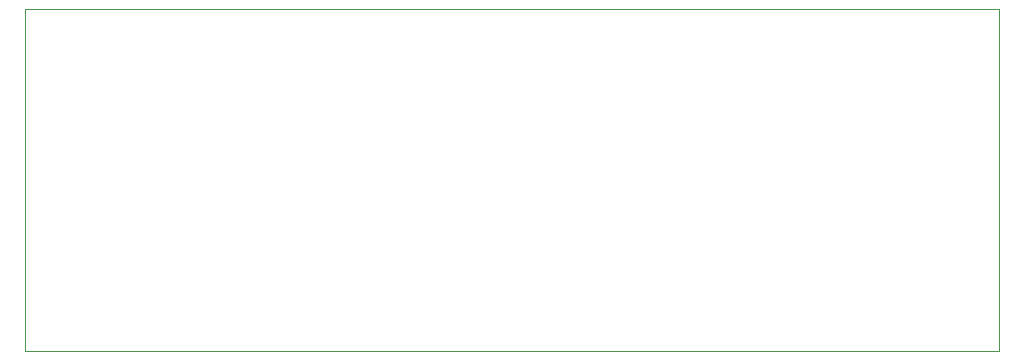
<source format=gm1>
G04 #@! TF.GenerationSoftware,KiCad,Pcbnew,5.99.0-unknown-c7daca1~86~ubuntu18.04.1*
G04 #@! TF.CreationDate,2020-03-27T23:30:00-03:00*
G04 #@! TF.ProjectId,DPL,44504c2e-6b69-4636-9164-5f7063625858,rev?*
G04 #@! TF.SameCoordinates,Original*
G04 #@! TF.FileFunction,Profile,NP*
%FSLAX46Y46*%
G04 Gerber Fmt 4.6, Leading zero omitted, Abs format (unit mm)*
G04 Created by KiCad (PCBNEW 5.99.0-unknown-c7daca1~86~ubuntu18.04.1) date 2020-03-27 23:30:00*
%MOMM*%
%LPD*%
G01*
G04 APERTURE LIST*
G04 #@! TA.AperFunction,Profile*
%ADD10C,0.050000*%
G04 #@! TD*
G04 APERTURE END LIST*
D10*
X100000000Y-115000000D02*
X182500000Y-115000000D01*
X182500000Y-115000000D02*
X182500000Y-144000000D01*
X182500000Y-144000000D02*
X100000000Y-144000000D01*
X100000000Y-144000000D02*
X100000000Y-115000000D01*
M02*

</source>
